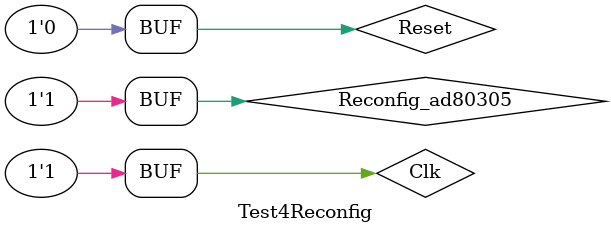
<source format=v>
`timescale 1ns / 1ps


module Test4Reconfig(

    );
    
//* Inputs
    reg           Clk;
            
    // Reconfig
    reg             Reconfig_ad80305;
    reg     [1:0]   Reconfig_ad80305_reg;
    reg     [19:0]  Reconfig_cnt;
    wire            Reconfig_ind;
    wire            Reconfig_pulse;
    
    wire    Reset;
           
    // Initail for Clk & Reset
    initial begin
    // Initialize Inputs
        Clk = 0;
        Reconfig_ad80305 = 0;
        Reconfig_ad80305_reg = 2'd0;
        Reconfig_cnt = 20'd0;
     
    // Wait 100 ns for global reset to finish
        #100;
                              
        Reconfig_ad80305 = 1;
        #10 Reset = 0;               
    end
                   
    always begin
        #1 Clk = 0;
        #1 Clk = 1;
    end
    
// Reconfig_ad80305
    always @ ( posedge Clk )
    begin
        Reconfig_ad80305_reg <= {Reconfig_ad80305_reg[0],Reconfig_ad80305};
    end
    
    always @ ( posedge Clk )
    begin
        if( ( Reconfig_ad80305_reg[0] == 1'b1 ) && ( Reconfig_ad80305_reg[1] == 1'b0 ) )
            Reconfig_cnt <= 20'd0;
        else if( Reconfig_cnt < 20'd100 )
            Reconfig_cnt <= Reconfig_cnt + 20'd1;
        else
            ;
    end
    
    assign  Reconfig_ind   = ( Reconfig_cnt < 20'd15 ) ? 1'b0 : 1'b1;
    assign  Reconfig_pulse = ( Reconfig_cnt < 20'd100 ) ? 1'b0 : 1'b1;
    
    RESET       U_Reset_Test
            (
            //input signals
            Clk,
        
            //output signals
            Reset
            );
    
endmodule

</source>
